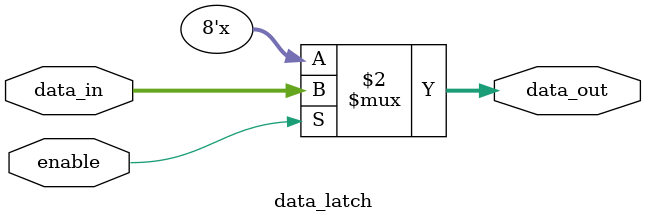
<source format=sv>
module param_d_latch_top #(
    parameter WIDTH = 8
)(
    input wire [WIDTH-1:0] data_in,
    input wire enable,
    output wire [WIDTH-1:0] data_out
);

    // 实例化数据锁存子模块
    data_latch #(
        .WIDTH(WIDTH)
    ) data_latch_inst (
        .data_in(data_in),
        .enable(enable),
        .data_out(data_out)
    );

endmodule

// 数据锁存子模块
module data_latch #(
    parameter WIDTH = 8
)(
    input wire [WIDTH-1:0] data_in,
    input wire enable,
    output reg [WIDTH-1:0] data_out
);

    // 使用组合逻辑实现锁存功能
    always @* begin
        data_out = enable ? data_in : data_out;
    end

endmodule
</source>
